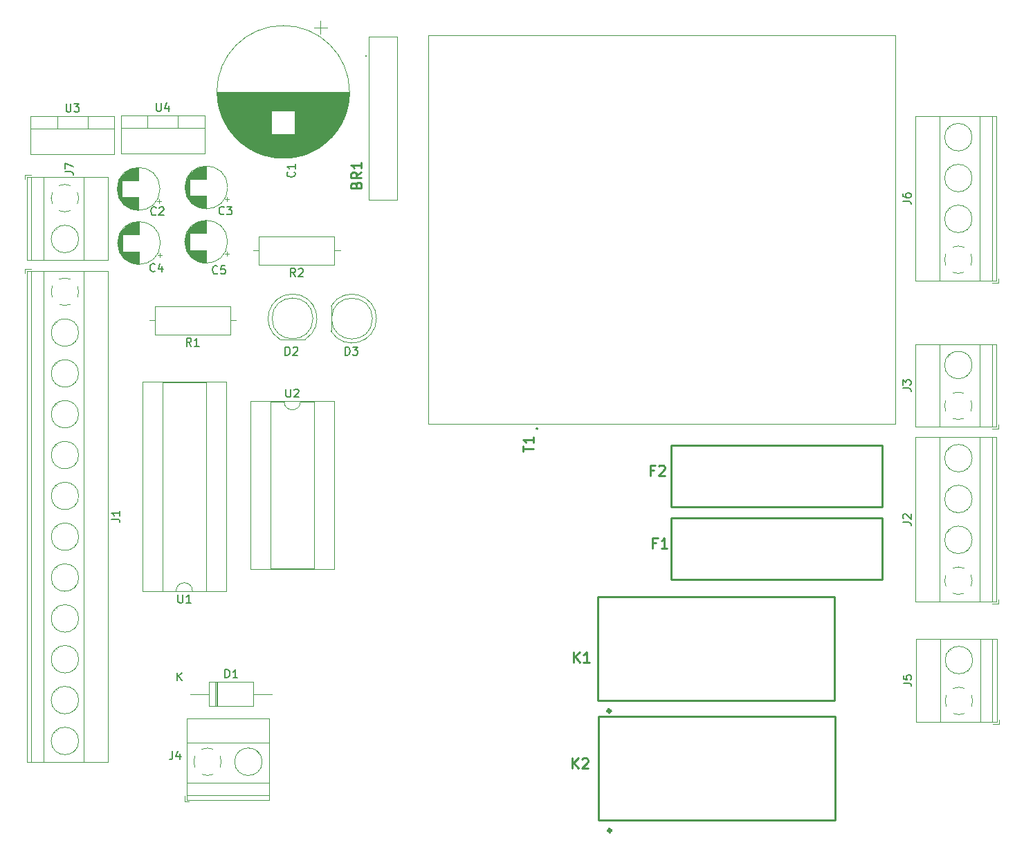
<source format=gbr>
G04 #@! TF.GenerationSoftware,KiCad,Pcbnew,(5.1.2)-2*
G04 #@! TF.CreationDate,2020-01-08T22:38:54+05:30*
G04 #@! TF.ProjectId,controller,636f6e74-726f-46c6-9c65-722e6b696361,rev?*
G04 #@! TF.SameCoordinates,Original*
G04 #@! TF.FileFunction,Legend,Top*
G04 #@! TF.FilePolarity,Positive*
%FSLAX46Y46*%
G04 Gerber Fmt 4.6, Leading zero omitted, Abs format (unit mm)*
G04 Created by KiCad (PCBNEW (5.1.2)-2) date 2020-01-08 22:38:54*
%MOMM*%
%LPD*%
G04 APERTURE LIST*
%ADD10C,0.100000*%
%ADD11C,0.120000*%
%ADD12C,0.254000*%
%ADD13C,0.400000*%
%ADD14C,0.200000*%
%ADD15C,0.150000*%
G04 APERTURE END LIST*
D10*
X58950000Y-15000000D02*
X58950000Y-35000000D01*
X58950000Y-35000000D02*
X55450000Y-35000000D01*
X55450000Y-35000000D02*
X55450000Y-15000000D01*
X55450000Y-15000000D02*
X58950000Y-15000000D01*
X55100000Y-17300000D02*
X55100000Y-17300000D01*
X55100000Y-17400000D02*
X55100000Y-17400000D01*
X55100000Y-17400000D02*
G75*
G03X55100000Y-17300000I0J50000D01*
G01*
X55100000Y-17300000D02*
G75*
G03X55100000Y-17400000I0J-50000D01*
G01*
D11*
X53120000Y-21750000D02*
G75*
G03X53120000Y-21750000I-8120000J0D01*
G01*
X53081000Y-21750000D02*
X36919000Y-21750000D01*
X53080000Y-21790000D02*
X36920000Y-21790000D01*
X53080000Y-21830000D02*
X36920000Y-21830000D01*
X53080000Y-21870000D02*
X36920000Y-21870000D01*
X53079000Y-21910000D02*
X36921000Y-21910000D01*
X53078000Y-21950000D02*
X36922000Y-21950000D01*
X53077000Y-21990000D02*
X36923000Y-21990000D01*
X53076000Y-22030000D02*
X36924000Y-22030000D01*
X53074000Y-22070000D02*
X36926000Y-22070000D01*
X53073000Y-22110000D02*
X36927000Y-22110000D01*
X53071000Y-22150000D02*
X36929000Y-22150000D01*
X53069000Y-22190000D02*
X36931000Y-22190000D01*
X53066000Y-22230000D02*
X36934000Y-22230000D01*
X53064000Y-22270000D02*
X36936000Y-22270000D01*
X53061000Y-22310000D02*
X36939000Y-22310000D01*
X53058000Y-22350000D02*
X36942000Y-22350000D01*
X53055000Y-22390000D02*
X36945000Y-22390000D01*
X53052000Y-22430000D02*
X36948000Y-22430000D01*
X53049000Y-22471000D02*
X36951000Y-22471000D01*
X53045000Y-22511000D02*
X36955000Y-22511000D01*
X53041000Y-22551000D02*
X36959000Y-22551000D01*
X53037000Y-22591000D02*
X36963000Y-22591000D01*
X53033000Y-22631000D02*
X36967000Y-22631000D01*
X53028000Y-22671000D02*
X36972000Y-22671000D01*
X53024000Y-22711000D02*
X36976000Y-22711000D01*
X53019000Y-22751000D02*
X36981000Y-22751000D01*
X53014000Y-22791000D02*
X36986000Y-22791000D01*
X53008000Y-22831000D02*
X36992000Y-22831000D01*
X53003000Y-22871000D02*
X36997000Y-22871000D01*
X52997000Y-22911000D02*
X37003000Y-22911000D01*
X52991000Y-22951000D02*
X37009000Y-22951000D01*
X52985000Y-22991000D02*
X37015000Y-22991000D01*
X52979000Y-23031000D02*
X37021000Y-23031000D01*
X52972000Y-23071000D02*
X37028000Y-23071000D01*
X52966000Y-23111000D02*
X37034000Y-23111000D01*
X52959000Y-23151000D02*
X37041000Y-23151000D01*
X52952000Y-23191000D02*
X37048000Y-23191000D01*
X52944000Y-23231000D02*
X37056000Y-23231000D01*
X52937000Y-23271000D02*
X37063000Y-23271000D01*
X52929000Y-23311000D02*
X37071000Y-23311000D01*
X52921000Y-23351000D02*
X37079000Y-23351000D01*
X52913000Y-23391000D02*
X37087000Y-23391000D01*
X52905000Y-23431000D02*
X37095000Y-23431000D01*
X52896000Y-23471000D02*
X37104000Y-23471000D01*
X52887000Y-23511000D02*
X37113000Y-23511000D01*
X52878000Y-23551000D02*
X37122000Y-23551000D01*
X52869000Y-23591000D02*
X37131000Y-23591000D01*
X52860000Y-23631000D02*
X37140000Y-23631000D01*
X52850000Y-23671000D02*
X37150000Y-23671000D01*
X52840000Y-23711000D02*
X37160000Y-23711000D01*
X52830000Y-23751000D02*
X37170000Y-23751000D01*
X52820000Y-23791000D02*
X37180000Y-23791000D01*
X52810000Y-23831000D02*
X37190000Y-23831000D01*
X52799000Y-23871000D02*
X37201000Y-23871000D01*
X52788000Y-23911000D02*
X37212000Y-23911000D01*
X52777000Y-23951000D02*
X37223000Y-23951000D01*
X52765000Y-23991000D02*
X37235000Y-23991000D01*
X52754000Y-24031000D02*
X37246000Y-24031000D01*
X52742000Y-24071000D02*
X46440000Y-24071000D01*
X43560000Y-24071000D02*
X37258000Y-24071000D01*
X52730000Y-24111000D02*
X46440000Y-24111000D01*
X43560000Y-24111000D02*
X37270000Y-24111000D01*
X52718000Y-24151000D02*
X46440000Y-24151000D01*
X43560000Y-24151000D02*
X37282000Y-24151000D01*
X52705000Y-24191000D02*
X46440000Y-24191000D01*
X43560000Y-24191000D02*
X37295000Y-24191000D01*
X52693000Y-24231000D02*
X46440000Y-24231000D01*
X43560000Y-24231000D02*
X37307000Y-24231000D01*
X52680000Y-24271000D02*
X46440000Y-24271000D01*
X43560000Y-24271000D02*
X37320000Y-24271000D01*
X52666000Y-24311000D02*
X46440000Y-24311000D01*
X43560000Y-24311000D02*
X37334000Y-24311000D01*
X52653000Y-24351000D02*
X46440000Y-24351000D01*
X43560000Y-24351000D02*
X37347000Y-24351000D01*
X52639000Y-24391000D02*
X46440000Y-24391000D01*
X43560000Y-24391000D02*
X37361000Y-24391000D01*
X52625000Y-24431000D02*
X46440000Y-24431000D01*
X43560000Y-24431000D02*
X37375000Y-24431000D01*
X52611000Y-24471000D02*
X46440000Y-24471000D01*
X43560000Y-24471000D02*
X37389000Y-24471000D01*
X52597000Y-24511000D02*
X46440000Y-24511000D01*
X43560000Y-24511000D02*
X37403000Y-24511000D01*
X52582000Y-24551000D02*
X46440000Y-24551000D01*
X43560000Y-24551000D02*
X37418000Y-24551000D01*
X52568000Y-24591000D02*
X46440000Y-24591000D01*
X43560000Y-24591000D02*
X37432000Y-24591000D01*
X52553000Y-24631000D02*
X46440000Y-24631000D01*
X43560000Y-24631000D02*
X37447000Y-24631000D01*
X52537000Y-24671000D02*
X46440000Y-24671000D01*
X43560000Y-24671000D02*
X37463000Y-24671000D01*
X52522000Y-24711000D02*
X46440000Y-24711000D01*
X43560000Y-24711000D02*
X37478000Y-24711000D01*
X52506000Y-24751000D02*
X46440000Y-24751000D01*
X43560000Y-24751000D02*
X37494000Y-24751000D01*
X52490000Y-24791000D02*
X46440000Y-24791000D01*
X43560000Y-24791000D02*
X37510000Y-24791000D01*
X52474000Y-24831000D02*
X46440000Y-24831000D01*
X43560000Y-24831000D02*
X37526000Y-24831000D01*
X52457000Y-24871000D02*
X46440000Y-24871000D01*
X43560000Y-24871000D02*
X37543000Y-24871000D01*
X52440000Y-24911000D02*
X46440000Y-24911000D01*
X43560000Y-24911000D02*
X37560000Y-24911000D01*
X52423000Y-24951000D02*
X46440000Y-24951000D01*
X43560000Y-24951000D02*
X37577000Y-24951000D01*
X52406000Y-24991000D02*
X46440000Y-24991000D01*
X43560000Y-24991000D02*
X37594000Y-24991000D01*
X52389000Y-25031000D02*
X46440000Y-25031000D01*
X43560000Y-25031000D02*
X37611000Y-25031000D01*
X52371000Y-25071000D02*
X46440000Y-25071000D01*
X43560000Y-25071000D02*
X37629000Y-25071000D01*
X52353000Y-25111000D02*
X46440000Y-25111000D01*
X43560000Y-25111000D02*
X37647000Y-25111000D01*
X52334000Y-25151000D02*
X46440000Y-25151000D01*
X43560000Y-25151000D02*
X37666000Y-25151000D01*
X52316000Y-25191000D02*
X46440000Y-25191000D01*
X43560000Y-25191000D02*
X37684000Y-25191000D01*
X52297000Y-25231000D02*
X46440000Y-25231000D01*
X43560000Y-25231000D02*
X37703000Y-25231000D01*
X52278000Y-25271000D02*
X46440000Y-25271000D01*
X43560000Y-25271000D02*
X37722000Y-25271000D01*
X52258000Y-25311000D02*
X46440000Y-25311000D01*
X43560000Y-25311000D02*
X37742000Y-25311000D01*
X52239000Y-25351000D02*
X46440000Y-25351000D01*
X43560000Y-25351000D02*
X37761000Y-25351000D01*
X52219000Y-25391000D02*
X46440000Y-25391000D01*
X43560000Y-25391000D02*
X37781000Y-25391000D01*
X52199000Y-25431000D02*
X46440000Y-25431000D01*
X43560000Y-25431000D02*
X37801000Y-25431000D01*
X52178000Y-25471000D02*
X46440000Y-25471000D01*
X43560000Y-25471000D02*
X37822000Y-25471000D01*
X52157000Y-25511000D02*
X46440000Y-25511000D01*
X43560000Y-25511000D02*
X37843000Y-25511000D01*
X52136000Y-25551000D02*
X46440000Y-25551000D01*
X43560000Y-25551000D02*
X37864000Y-25551000D01*
X52115000Y-25591000D02*
X46440000Y-25591000D01*
X43560000Y-25591000D02*
X37885000Y-25591000D01*
X52094000Y-25631000D02*
X46440000Y-25631000D01*
X43560000Y-25631000D02*
X37906000Y-25631000D01*
X52072000Y-25671000D02*
X46440000Y-25671000D01*
X43560000Y-25671000D02*
X37928000Y-25671000D01*
X52049000Y-25711000D02*
X46440000Y-25711000D01*
X43560000Y-25711000D02*
X37951000Y-25711000D01*
X52027000Y-25751000D02*
X46440000Y-25751000D01*
X43560000Y-25751000D02*
X37973000Y-25751000D01*
X52004000Y-25791000D02*
X46440000Y-25791000D01*
X43560000Y-25791000D02*
X37996000Y-25791000D01*
X51981000Y-25831000D02*
X46440000Y-25831000D01*
X43560000Y-25831000D02*
X38019000Y-25831000D01*
X51958000Y-25871000D02*
X46440000Y-25871000D01*
X43560000Y-25871000D02*
X38042000Y-25871000D01*
X51934000Y-25911000D02*
X46440000Y-25911000D01*
X43560000Y-25911000D02*
X38066000Y-25911000D01*
X51910000Y-25951000D02*
X46440000Y-25951000D01*
X43560000Y-25951000D02*
X38090000Y-25951000D01*
X51886000Y-25991000D02*
X46440000Y-25991000D01*
X43560000Y-25991000D02*
X38114000Y-25991000D01*
X51861000Y-26031000D02*
X46440000Y-26031000D01*
X43560000Y-26031000D02*
X38139000Y-26031000D01*
X51836000Y-26071000D02*
X46440000Y-26071000D01*
X43560000Y-26071000D02*
X38164000Y-26071000D01*
X51811000Y-26111000D02*
X46440000Y-26111000D01*
X43560000Y-26111000D02*
X38189000Y-26111000D01*
X51785000Y-26151000D02*
X46440000Y-26151000D01*
X43560000Y-26151000D02*
X38215000Y-26151000D01*
X51759000Y-26191000D02*
X46440000Y-26191000D01*
X43560000Y-26191000D02*
X38241000Y-26191000D01*
X51733000Y-26231000D02*
X46440000Y-26231000D01*
X43560000Y-26231000D02*
X38267000Y-26231000D01*
X51706000Y-26271000D02*
X46440000Y-26271000D01*
X43560000Y-26271000D02*
X38294000Y-26271000D01*
X51679000Y-26311000D02*
X46440000Y-26311000D01*
X43560000Y-26311000D02*
X38321000Y-26311000D01*
X51652000Y-26351000D02*
X46440000Y-26351000D01*
X43560000Y-26351000D02*
X38348000Y-26351000D01*
X51624000Y-26391000D02*
X46440000Y-26391000D01*
X43560000Y-26391000D02*
X38376000Y-26391000D01*
X51596000Y-26431000D02*
X46440000Y-26431000D01*
X43560000Y-26431000D02*
X38404000Y-26431000D01*
X51568000Y-26471000D02*
X46440000Y-26471000D01*
X43560000Y-26471000D02*
X38432000Y-26471000D01*
X51539000Y-26511000D02*
X46440000Y-26511000D01*
X43560000Y-26511000D02*
X38461000Y-26511000D01*
X51510000Y-26551000D02*
X46440000Y-26551000D01*
X43560000Y-26551000D02*
X38490000Y-26551000D01*
X51480000Y-26591000D02*
X46440000Y-26591000D01*
X43560000Y-26591000D02*
X38520000Y-26591000D01*
X51450000Y-26631000D02*
X46440000Y-26631000D01*
X43560000Y-26631000D02*
X38550000Y-26631000D01*
X51420000Y-26671000D02*
X46440000Y-26671000D01*
X43560000Y-26671000D02*
X38580000Y-26671000D01*
X51390000Y-26711000D02*
X46440000Y-26711000D01*
X43560000Y-26711000D02*
X38610000Y-26711000D01*
X51358000Y-26751000D02*
X46440000Y-26751000D01*
X43560000Y-26751000D02*
X38642000Y-26751000D01*
X51327000Y-26791000D02*
X46440000Y-26791000D01*
X43560000Y-26791000D02*
X38673000Y-26791000D01*
X51295000Y-26831000D02*
X46440000Y-26831000D01*
X43560000Y-26831000D02*
X38705000Y-26831000D01*
X51263000Y-26871000D02*
X46440000Y-26871000D01*
X43560000Y-26871000D02*
X38737000Y-26871000D01*
X51230000Y-26911000D02*
X46440000Y-26911000D01*
X43560000Y-26911000D02*
X38770000Y-26911000D01*
X51197000Y-26951000D02*
X38803000Y-26951000D01*
X51163000Y-26991000D02*
X38837000Y-26991000D01*
X51129000Y-27031000D02*
X38871000Y-27031000D01*
X51095000Y-27071000D02*
X38905000Y-27071000D01*
X51060000Y-27111000D02*
X38940000Y-27111000D01*
X51025000Y-27151000D02*
X38975000Y-27151000D01*
X50989000Y-27191000D02*
X39011000Y-27191000D01*
X50952000Y-27231000D02*
X39048000Y-27231000D01*
X50916000Y-27271000D02*
X39084000Y-27271000D01*
X50878000Y-27311000D02*
X39122000Y-27311000D01*
X50840000Y-27351000D02*
X39160000Y-27351000D01*
X50802000Y-27391000D02*
X39198000Y-27391000D01*
X50763000Y-27431000D02*
X39237000Y-27431000D01*
X50724000Y-27471000D02*
X39276000Y-27471000D01*
X50684000Y-27511000D02*
X39316000Y-27511000D01*
X50643000Y-27551000D02*
X39357000Y-27551000D01*
X50602000Y-27591000D02*
X39398000Y-27591000D01*
X50560000Y-27631000D02*
X39440000Y-27631000D01*
X50518000Y-27671000D02*
X39482000Y-27671000D01*
X50475000Y-27711000D02*
X39525000Y-27711000D01*
X50432000Y-27751000D02*
X39568000Y-27751000D01*
X50388000Y-27791000D02*
X39612000Y-27791000D01*
X50343000Y-27831000D02*
X39657000Y-27831000D01*
X50297000Y-27871000D02*
X39703000Y-27871000D01*
X50251000Y-27911000D02*
X39749000Y-27911000D01*
X50204000Y-27951000D02*
X39796000Y-27951000D01*
X50156000Y-27991000D02*
X39844000Y-27991000D01*
X50108000Y-28031000D02*
X39892000Y-28031000D01*
X50059000Y-28071000D02*
X39941000Y-28071000D01*
X50009000Y-28111000D02*
X39991000Y-28111000D01*
X49958000Y-28151000D02*
X40042000Y-28151000D01*
X49906000Y-28191000D02*
X40094000Y-28191000D01*
X49854000Y-28231000D02*
X40146000Y-28231000D01*
X49800000Y-28271000D02*
X40200000Y-28271000D01*
X49746000Y-28311000D02*
X40254000Y-28311000D01*
X49691000Y-28351000D02*
X40309000Y-28351000D01*
X49634000Y-28391000D02*
X40366000Y-28391000D01*
X49577000Y-28431000D02*
X40423000Y-28431000D01*
X49519000Y-28471000D02*
X40481000Y-28471000D01*
X49459000Y-28511000D02*
X40541000Y-28511000D01*
X49398000Y-28551000D02*
X40602000Y-28551000D01*
X49336000Y-28591000D02*
X40664000Y-28591000D01*
X49273000Y-28631000D02*
X40727000Y-28631000D01*
X49209000Y-28671000D02*
X40791000Y-28671000D01*
X49143000Y-28711000D02*
X40857000Y-28711000D01*
X49076000Y-28751000D02*
X40924000Y-28751000D01*
X49007000Y-28791000D02*
X40993000Y-28791000D01*
X48936000Y-28831000D02*
X41064000Y-28831000D01*
X48864000Y-28871000D02*
X41136000Y-28871000D01*
X48790000Y-28911000D02*
X41210000Y-28911000D01*
X48715000Y-28951000D02*
X41285000Y-28951000D01*
X48637000Y-28991000D02*
X41363000Y-28991000D01*
X48557000Y-29031000D02*
X41443000Y-29031000D01*
X48475000Y-29071000D02*
X41525000Y-29071000D01*
X48390000Y-29111000D02*
X41610000Y-29111000D01*
X48303000Y-29151000D02*
X41697000Y-29151000D01*
X48213000Y-29191000D02*
X41787000Y-29191000D01*
X48120000Y-29231000D02*
X41880000Y-29231000D01*
X48024000Y-29271000D02*
X41976000Y-29271000D01*
X47924000Y-29311000D02*
X42076000Y-29311000D01*
X47820000Y-29351000D02*
X42180000Y-29351000D01*
X47711000Y-29391000D02*
X42289000Y-29391000D01*
X47597000Y-29431000D02*
X42403000Y-29431000D01*
X47478000Y-29471000D02*
X42522000Y-29471000D01*
X47351000Y-29511000D02*
X42649000Y-29511000D01*
X47218000Y-29551000D02*
X42782000Y-29551000D01*
X47074000Y-29591000D02*
X42926000Y-29591000D01*
X46920000Y-29631000D02*
X43080000Y-29631000D01*
X46752000Y-29671000D02*
X43248000Y-29671000D01*
X46564000Y-29711000D02*
X43436000Y-29711000D01*
X46351000Y-29751000D02*
X43649000Y-29751000D01*
X46098000Y-29791000D02*
X43902000Y-29791000D01*
X45765000Y-29831000D02*
X44235000Y-29831000D01*
X49555000Y-13060509D02*
X49555000Y-14660509D01*
X50355000Y-13860509D02*
X48755000Y-13860509D01*
X29854775Y-35355000D02*
X29854775Y-34855000D01*
X30104775Y-35105000D02*
X29604775Y-35105000D01*
X24699000Y-33914000D02*
X24699000Y-33346000D01*
X24739000Y-34148000D02*
X24739000Y-33112000D01*
X24779000Y-34307000D02*
X24779000Y-32953000D01*
X24819000Y-34435000D02*
X24819000Y-32825000D01*
X24859000Y-34545000D02*
X24859000Y-32715000D01*
X24899000Y-34641000D02*
X24899000Y-32619000D01*
X24939000Y-34728000D02*
X24939000Y-32532000D01*
X24979000Y-34808000D02*
X24979000Y-32452000D01*
X25019000Y-34881000D02*
X25019000Y-32379000D01*
X25059000Y-34949000D02*
X25059000Y-32311000D01*
X25099000Y-35013000D02*
X25099000Y-32247000D01*
X25139000Y-35073000D02*
X25139000Y-32187000D01*
X25179000Y-35130000D02*
X25179000Y-32130000D01*
X25219000Y-35184000D02*
X25219000Y-32076000D01*
X25259000Y-35235000D02*
X25259000Y-32025000D01*
X25299000Y-32590000D02*
X25299000Y-31977000D01*
X25299000Y-35283000D02*
X25299000Y-34670000D01*
X25339000Y-32590000D02*
X25339000Y-31931000D01*
X25339000Y-35329000D02*
X25339000Y-34670000D01*
X25379000Y-32590000D02*
X25379000Y-31887000D01*
X25379000Y-35373000D02*
X25379000Y-34670000D01*
X25419000Y-32590000D02*
X25419000Y-31845000D01*
X25419000Y-35415000D02*
X25419000Y-34670000D01*
X25459000Y-32590000D02*
X25459000Y-31804000D01*
X25459000Y-35456000D02*
X25459000Y-34670000D01*
X25499000Y-32590000D02*
X25499000Y-31766000D01*
X25499000Y-35494000D02*
X25499000Y-34670000D01*
X25539000Y-32590000D02*
X25539000Y-31729000D01*
X25539000Y-35531000D02*
X25539000Y-34670000D01*
X25579000Y-32590000D02*
X25579000Y-31693000D01*
X25579000Y-35567000D02*
X25579000Y-34670000D01*
X25619000Y-32590000D02*
X25619000Y-31659000D01*
X25619000Y-35601000D02*
X25619000Y-34670000D01*
X25659000Y-32590000D02*
X25659000Y-31626000D01*
X25659000Y-35634000D02*
X25659000Y-34670000D01*
X25699000Y-32590000D02*
X25699000Y-31595000D01*
X25699000Y-35665000D02*
X25699000Y-34670000D01*
X25739000Y-32590000D02*
X25739000Y-31565000D01*
X25739000Y-35695000D02*
X25739000Y-34670000D01*
X25779000Y-32590000D02*
X25779000Y-31535000D01*
X25779000Y-35725000D02*
X25779000Y-34670000D01*
X25819000Y-32590000D02*
X25819000Y-31508000D01*
X25819000Y-35752000D02*
X25819000Y-34670000D01*
X25859000Y-32590000D02*
X25859000Y-31481000D01*
X25859000Y-35779000D02*
X25859000Y-34670000D01*
X25899000Y-32590000D02*
X25899000Y-31455000D01*
X25899000Y-35805000D02*
X25899000Y-34670000D01*
X25939000Y-32590000D02*
X25939000Y-31430000D01*
X25939000Y-35830000D02*
X25939000Y-34670000D01*
X25979000Y-32590000D02*
X25979000Y-31406000D01*
X25979000Y-35854000D02*
X25979000Y-34670000D01*
X26019000Y-32590000D02*
X26019000Y-31383000D01*
X26019000Y-35877000D02*
X26019000Y-34670000D01*
X26059000Y-32590000D02*
X26059000Y-31362000D01*
X26059000Y-35898000D02*
X26059000Y-34670000D01*
X26099000Y-32590000D02*
X26099000Y-31340000D01*
X26099000Y-35920000D02*
X26099000Y-34670000D01*
X26139000Y-32590000D02*
X26139000Y-31320000D01*
X26139000Y-35940000D02*
X26139000Y-34670000D01*
X26179000Y-32590000D02*
X26179000Y-31301000D01*
X26179000Y-35959000D02*
X26179000Y-34670000D01*
X26219000Y-32590000D02*
X26219000Y-31282000D01*
X26219000Y-35978000D02*
X26219000Y-34670000D01*
X26259000Y-32590000D02*
X26259000Y-31265000D01*
X26259000Y-35995000D02*
X26259000Y-34670000D01*
X26299000Y-32590000D02*
X26299000Y-31248000D01*
X26299000Y-36012000D02*
X26299000Y-34670000D01*
X26339000Y-32590000D02*
X26339000Y-31232000D01*
X26339000Y-36028000D02*
X26339000Y-34670000D01*
X26379000Y-32590000D02*
X26379000Y-31216000D01*
X26379000Y-36044000D02*
X26379000Y-34670000D01*
X26419000Y-32590000D02*
X26419000Y-31202000D01*
X26419000Y-36058000D02*
X26419000Y-34670000D01*
X26459000Y-32590000D02*
X26459000Y-31188000D01*
X26459000Y-36072000D02*
X26459000Y-34670000D01*
X26499000Y-32590000D02*
X26499000Y-31175000D01*
X26499000Y-36085000D02*
X26499000Y-34670000D01*
X26539000Y-32590000D02*
X26539000Y-31162000D01*
X26539000Y-36098000D02*
X26539000Y-34670000D01*
X26579000Y-32590000D02*
X26579000Y-31150000D01*
X26579000Y-36110000D02*
X26579000Y-34670000D01*
X26620000Y-32590000D02*
X26620000Y-31139000D01*
X26620000Y-36121000D02*
X26620000Y-34670000D01*
X26660000Y-32590000D02*
X26660000Y-31129000D01*
X26660000Y-36131000D02*
X26660000Y-34670000D01*
X26700000Y-32590000D02*
X26700000Y-31119000D01*
X26700000Y-36141000D02*
X26700000Y-34670000D01*
X26740000Y-32590000D02*
X26740000Y-31110000D01*
X26740000Y-36150000D02*
X26740000Y-34670000D01*
X26780000Y-32590000D02*
X26780000Y-31102000D01*
X26780000Y-36158000D02*
X26780000Y-34670000D01*
X26820000Y-32590000D02*
X26820000Y-31094000D01*
X26820000Y-36166000D02*
X26820000Y-34670000D01*
X26860000Y-32590000D02*
X26860000Y-31087000D01*
X26860000Y-36173000D02*
X26860000Y-34670000D01*
X26900000Y-32590000D02*
X26900000Y-31080000D01*
X26900000Y-36180000D02*
X26900000Y-34670000D01*
X26940000Y-32590000D02*
X26940000Y-31074000D01*
X26940000Y-36186000D02*
X26940000Y-34670000D01*
X26980000Y-32590000D02*
X26980000Y-31069000D01*
X26980000Y-36191000D02*
X26980000Y-34670000D01*
X27020000Y-32590000D02*
X27020000Y-31065000D01*
X27020000Y-36195000D02*
X27020000Y-34670000D01*
X27060000Y-32590000D02*
X27060000Y-31061000D01*
X27060000Y-36199000D02*
X27060000Y-34670000D01*
X27100000Y-32590000D02*
X27100000Y-31057000D01*
X27100000Y-36203000D02*
X27100000Y-34670000D01*
X27140000Y-32590000D02*
X27140000Y-31054000D01*
X27140000Y-36206000D02*
X27140000Y-34670000D01*
X27180000Y-32590000D02*
X27180000Y-31052000D01*
X27180000Y-36208000D02*
X27180000Y-34670000D01*
X27220000Y-32590000D02*
X27220000Y-31051000D01*
X27220000Y-36209000D02*
X27220000Y-34670000D01*
X27260000Y-36210000D02*
X27260000Y-34670000D01*
X27260000Y-32590000D02*
X27260000Y-31050000D01*
X27300000Y-36210000D02*
X27300000Y-34670000D01*
X27300000Y-32590000D02*
X27300000Y-31050000D01*
X29920000Y-33630000D02*
G75*
G03X29920000Y-33630000I-2620000J0D01*
G01*
X38144775Y-35175000D02*
X38144775Y-34675000D01*
X38394775Y-34925000D02*
X37894775Y-34925000D01*
X32989000Y-33734000D02*
X32989000Y-33166000D01*
X33029000Y-33968000D02*
X33029000Y-32932000D01*
X33069000Y-34127000D02*
X33069000Y-32773000D01*
X33109000Y-34255000D02*
X33109000Y-32645000D01*
X33149000Y-34365000D02*
X33149000Y-32535000D01*
X33189000Y-34461000D02*
X33189000Y-32439000D01*
X33229000Y-34548000D02*
X33229000Y-32352000D01*
X33269000Y-34628000D02*
X33269000Y-32272000D01*
X33309000Y-34701000D02*
X33309000Y-32199000D01*
X33349000Y-34769000D02*
X33349000Y-32131000D01*
X33389000Y-34833000D02*
X33389000Y-32067000D01*
X33429000Y-34893000D02*
X33429000Y-32007000D01*
X33469000Y-34950000D02*
X33469000Y-31950000D01*
X33509000Y-35004000D02*
X33509000Y-31896000D01*
X33549000Y-35055000D02*
X33549000Y-31845000D01*
X33589000Y-32410000D02*
X33589000Y-31797000D01*
X33589000Y-35103000D02*
X33589000Y-34490000D01*
X33629000Y-32410000D02*
X33629000Y-31751000D01*
X33629000Y-35149000D02*
X33629000Y-34490000D01*
X33669000Y-32410000D02*
X33669000Y-31707000D01*
X33669000Y-35193000D02*
X33669000Y-34490000D01*
X33709000Y-32410000D02*
X33709000Y-31665000D01*
X33709000Y-35235000D02*
X33709000Y-34490000D01*
X33749000Y-32410000D02*
X33749000Y-31624000D01*
X33749000Y-35276000D02*
X33749000Y-34490000D01*
X33789000Y-32410000D02*
X33789000Y-31586000D01*
X33789000Y-35314000D02*
X33789000Y-34490000D01*
X33829000Y-32410000D02*
X33829000Y-31549000D01*
X33829000Y-35351000D02*
X33829000Y-34490000D01*
X33869000Y-32410000D02*
X33869000Y-31513000D01*
X33869000Y-35387000D02*
X33869000Y-34490000D01*
X33909000Y-32410000D02*
X33909000Y-31479000D01*
X33909000Y-35421000D02*
X33909000Y-34490000D01*
X33949000Y-32410000D02*
X33949000Y-31446000D01*
X33949000Y-35454000D02*
X33949000Y-34490000D01*
X33989000Y-32410000D02*
X33989000Y-31415000D01*
X33989000Y-35485000D02*
X33989000Y-34490000D01*
X34029000Y-32410000D02*
X34029000Y-31385000D01*
X34029000Y-35515000D02*
X34029000Y-34490000D01*
X34069000Y-32410000D02*
X34069000Y-31355000D01*
X34069000Y-35545000D02*
X34069000Y-34490000D01*
X34109000Y-32410000D02*
X34109000Y-31328000D01*
X34109000Y-35572000D02*
X34109000Y-34490000D01*
X34149000Y-32410000D02*
X34149000Y-31301000D01*
X34149000Y-35599000D02*
X34149000Y-34490000D01*
X34189000Y-32410000D02*
X34189000Y-31275000D01*
X34189000Y-35625000D02*
X34189000Y-34490000D01*
X34229000Y-32410000D02*
X34229000Y-31250000D01*
X34229000Y-35650000D02*
X34229000Y-34490000D01*
X34269000Y-32410000D02*
X34269000Y-31226000D01*
X34269000Y-35674000D02*
X34269000Y-34490000D01*
X34309000Y-32410000D02*
X34309000Y-31203000D01*
X34309000Y-35697000D02*
X34309000Y-34490000D01*
X34349000Y-32410000D02*
X34349000Y-31182000D01*
X34349000Y-35718000D02*
X34349000Y-34490000D01*
X34389000Y-32410000D02*
X34389000Y-31160000D01*
X34389000Y-35740000D02*
X34389000Y-34490000D01*
X34429000Y-32410000D02*
X34429000Y-31140000D01*
X34429000Y-35760000D02*
X34429000Y-34490000D01*
X34469000Y-32410000D02*
X34469000Y-31121000D01*
X34469000Y-35779000D02*
X34469000Y-34490000D01*
X34509000Y-32410000D02*
X34509000Y-31102000D01*
X34509000Y-35798000D02*
X34509000Y-34490000D01*
X34549000Y-32410000D02*
X34549000Y-31085000D01*
X34549000Y-35815000D02*
X34549000Y-34490000D01*
X34589000Y-32410000D02*
X34589000Y-31068000D01*
X34589000Y-35832000D02*
X34589000Y-34490000D01*
X34629000Y-32410000D02*
X34629000Y-31052000D01*
X34629000Y-35848000D02*
X34629000Y-34490000D01*
X34669000Y-32410000D02*
X34669000Y-31036000D01*
X34669000Y-35864000D02*
X34669000Y-34490000D01*
X34709000Y-32410000D02*
X34709000Y-31022000D01*
X34709000Y-35878000D02*
X34709000Y-34490000D01*
X34749000Y-32410000D02*
X34749000Y-31008000D01*
X34749000Y-35892000D02*
X34749000Y-34490000D01*
X34789000Y-32410000D02*
X34789000Y-30995000D01*
X34789000Y-35905000D02*
X34789000Y-34490000D01*
X34829000Y-32410000D02*
X34829000Y-30982000D01*
X34829000Y-35918000D02*
X34829000Y-34490000D01*
X34869000Y-32410000D02*
X34869000Y-30970000D01*
X34869000Y-35930000D02*
X34869000Y-34490000D01*
X34910000Y-32410000D02*
X34910000Y-30959000D01*
X34910000Y-35941000D02*
X34910000Y-34490000D01*
X34950000Y-32410000D02*
X34950000Y-30949000D01*
X34950000Y-35951000D02*
X34950000Y-34490000D01*
X34990000Y-32410000D02*
X34990000Y-30939000D01*
X34990000Y-35961000D02*
X34990000Y-34490000D01*
X35030000Y-32410000D02*
X35030000Y-30930000D01*
X35030000Y-35970000D02*
X35030000Y-34490000D01*
X35070000Y-32410000D02*
X35070000Y-30922000D01*
X35070000Y-35978000D02*
X35070000Y-34490000D01*
X35110000Y-32410000D02*
X35110000Y-30914000D01*
X35110000Y-35986000D02*
X35110000Y-34490000D01*
X35150000Y-32410000D02*
X35150000Y-30907000D01*
X35150000Y-35993000D02*
X35150000Y-34490000D01*
X35190000Y-32410000D02*
X35190000Y-30900000D01*
X35190000Y-36000000D02*
X35190000Y-34490000D01*
X35230000Y-32410000D02*
X35230000Y-30894000D01*
X35230000Y-36006000D02*
X35230000Y-34490000D01*
X35270000Y-32410000D02*
X35270000Y-30889000D01*
X35270000Y-36011000D02*
X35270000Y-34490000D01*
X35310000Y-32410000D02*
X35310000Y-30885000D01*
X35310000Y-36015000D02*
X35310000Y-34490000D01*
X35350000Y-32410000D02*
X35350000Y-30881000D01*
X35350000Y-36019000D02*
X35350000Y-34490000D01*
X35390000Y-32410000D02*
X35390000Y-30877000D01*
X35390000Y-36023000D02*
X35390000Y-34490000D01*
X35430000Y-32410000D02*
X35430000Y-30874000D01*
X35430000Y-36026000D02*
X35430000Y-34490000D01*
X35470000Y-32410000D02*
X35470000Y-30872000D01*
X35470000Y-36028000D02*
X35470000Y-34490000D01*
X35510000Y-32410000D02*
X35510000Y-30871000D01*
X35510000Y-36029000D02*
X35510000Y-34490000D01*
X35550000Y-36030000D02*
X35550000Y-34490000D01*
X35550000Y-32410000D02*
X35550000Y-30870000D01*
X35590000Y-36030000D02*
X35590000Y-34490000D01*
X35590000Y-32410000D02*
X35590000Y-30870000D01*
X38210000Y-33450000D02*
G75*
G03X38210000Y-33450000I-2620000J0D01*
G01*
X29970000Y-40250000D02*
G75*
G03X29970000Y-40250000I-2620000J0D01*
G01*
X27350000Y-39210000D02*
X27350000Y-37670000D01*
X27350000Y-42830000D02*
X27350000Y-41290000D01*
X27310000Y-39210000D02*
X27310000Y-37670000D01*
X27310000Y-42830000D02*
X27310000Y-41290000D01*
X27270000Y-42829000D02*
X27270000Y-41290000D01*
X27270000Y-39210000D02*
X27270000Y-37671000D01*
X27230000Y-42828000D02*
X27230000Y-41290000D01*
X27230000Y-39210000D02*
X27230000Y-37672000D01*
X27190000Y-42826000D02*
X27190000Y-41290000D01*
X27190000Y-39210000D02*
X27190000Y-37674000D01*
X27150000Y-42823000D02*
X27150000Y-41290000D01*
X27150000Y-39210000D02*
X27150000Y-37677000D01*
X27110000Y-42819000D02*
X27110000Y-41290000D01*
X27110000Y-39210000D02*
X27110000Y-37681000D01*
X27070000Y-42815000D02*
X27070000Y-41290000D01*
X27070000Y-39210000D02*
X27070000Y-37685000D01*
X27030000Y-42811000D02*
X27030000Y-41290000D01*
X27030000Y-39210000D02*
X27030000Y-37689000D01*
X26990000Y-42806000D02*
X26990000Y-41290000D01*
X26990000Y-39210000D02*
X26990000Y-37694000D01*
X26950000Y-42800000D02*
X26950000Y-41290000D01*
X26950000Y-39210000D02*
X26950000Y-37700000D01*
X26910000Y-42793000D02*
X26910000Y-41290000D01*
X26910000Y-39210000D02*
X26910000Y-37707000D01*
X26870000Y-42786000D02*
X26870000Y-41290000D01*
X26870000Y-39210000D02*
X26870000Y-37714000D01*
X26830000Y-42778000D02*
X26830000Y-41290000D01*
X26830000Y-39210000D02*
X26830000Y-37722000D01*
X26790000Y-42770000D02*
X26790000Y-41290000D01*
X26790000Y-39210000D02*
X26790000Y-37730000D01*
X26750000Y-42761000D02*
X26750000Y-41290000D01*
X26750000Y-39210000D02*
X26750000Y-37739000D01*
X26710000Y-42751000D02*
X26710000Y-41290000D01*
X26710000Y-39210000D02*
X26710000Y-37749000D01*
X26670000Y-42741000D02*
X26670000Y-41290000D01*
X26670000Y-39210000D02*
X26670000Y-37759000D01*
X26629000Y-42730000D02*
X26629000Y-41290000D01*
X26629000Y-39210000D02*
X26629000Y-37770000D01*
X26589000Y-42718000D02*
X26589000Y-41290000D01*
X26589000Y-39210000D02*
X26589000Y-37782000D01*
X26549000Y-42705000D02*
X26549000Y-41290000D01*
X26549000Y-39210000D02*
X26549000Y-37795000D01*
X26509000Y-42692000D02*
X26509000Y-41290000D01*
X26509000Y-39210000D02*
X26509000Y-37808000D01*
X26469000Y-42678000D02*
X26469000Y-41290000D01*
X26469000Y-39210000D02*
X26469000Y-37822000D01*
X26429000Y-42664000D02*
X26429000Y-41290000D01*
X26429000Y-39210000D02*
X26429000Y-37836000D01*
X26389000Y-42648000D02*
X26389000Y-41290000D01*
X26389000Y-39210000D02*
X26389000Y-37852000D01*
X26349000Y-42632000D02*
X26349000Y-41290000D01*
X26349000Y-39210000D02*
X26349000Y-37868000D01*
X26309000Y-42615000D02*
X26309000Y-41290000D01*
X26309000Y-39210000D02*
X26309000Y-37885000D01*
X26269000Y-42598000D02*
X26269000Y-41290000D01*
X26269000Y-39210000D02*
X26269000Y-37902000D01*
X26229000Y-42579000D02*
X26229000Y-41290000D01*
X26229000Y-39210000D02*
X26229000Y-37921000D01*
X26189000Y-42560000D02*
X26189000Y-41290000D01*
X26189000Y-39210000D02*
X26189000Y-37940000D01*
X26149000Y-42540000D02*
X26149000Y-41290000D01*
X26149000Y-39210000D02*
X26149000Y-37960000D01*
X26109000Y-42518000D02*
X26109000Y-41290000D01*
X26109000Y-39210000D02*
X26109000Y-37982000D01*
X26069000Y-42497000D02*
X26069000Y-41290000D01*
X26069000Y-39210000D02*
X26069000Y-38003000D01*
X26029000Y-42474000D02*
X26029000Y-41290000D01*
X26029000Y-39210000D02*
X26029000Y-38026000D01*
X25989000Y-42450000D02*
X25989000Y-41290000D01*
X25989000Y-39210000D02*
X25989000Y-38050000D01*
X25949000Y-42425000D02*
X25949000Y-41290000D01*
X25949000Y-39210000D02*
X25949000Y-38075000D01*
X25909000Y-42399000D02*
X25909000Y-41290000D01*
X25909000Y-39210000D02*
X25909000Y-38101000D01*
X25869000Y-42372000D02*
X25869000Y-41290000D01*
X25869000Y-39210000D02*
X25869000Y-38128000D01*
X25829000Y-42345000D02*
X25829000Y-41290000D01*
X25829000Y-39210000D02*
X25829000Y-38155000D01*
X25789000Y-42315000D02*
X25789000Y-41290000D01*
X25789000Y-39210000D02*
X25789000Y-38185000D01*
X25749000Y-42285000D02*
X25749000Y-41290000D01*
X25749000Y-39210000D02*
X25749000Y-38215000D01*
X25709000Y-42254000D02*
X25709000Y-41290000D01*
X25709000Y-39210000D02*
X25709000Y-38246000D01*
X25669000Y-42221000D02*
X25669000Y-41290000D01*
X25669000Y-39210000D02*
X25669000Y-38279000D01*
X25629000Y-42187000D02*
X25629000Y-41290000D01*
X25629000Y-39210000D02*
X25629000Y-38313000D01*
X25589000Y-42151000D02*
X25589000Y-41290000D01*
X25589000Y-39210000D02*
X25589000Y-38349000D01*
X25549000Y-42114000D02*
X25549000Y-41290000D01*
X25549000Y-39210000D02*
X25549000Y-38386000D01*
X25509000Y-42076000D02*
X25509000Y-41290000D01*
X25509000Y-39210000D02*
X25509000Y-38424000D01*
X25469000Y-42035000D02*
X25469000Y-41290000D01*
X25469000Y-39210000D02*
X25469000Y-38465000D01*
X25429000Y-41993000D02*
X25429000Y-41290000D01*
X25429000Y-39210000D02*
X25429000Y-38507000D01*
X25389000Y-41949000D02*
X25389000Y-41290000D01*
X25389000Y-39210000D02*
X25389000Y-38551000D01*
X25349000Y-41903000D02*
X25349000Y-41290000D01*
X25349000Y-39210000D02*
X25349000Y-38597000D01*
X25309000Y-41855000D02*
X25309000Y-38645000D01*
X25269000Y-41804000D02*
X25269000Y-38696000D01*
X25229000Y-41750000D02*
X25229000Y-38750000D01*
X25189000Y-41693000D02*
X25189000Y-38807000D01*
X25149000Y-41633000D02*
X25149000Y-38867000D01*
X25109000Y-41569000D02*
X25109000Y-38931000D01*
X25069000Y-41501000D02*
X25069000Y-38999000D01*
X25029000Y-41428000D02*
X25029000Y-39072000D01*
X24989000Y-41348000D02*
X24989000Y-39152000D01*
X24949000Y-41261000D02*
X24949000Y-39239000D01*
X24909000Y-41165000D02*
X24909000Y-39335000D01*
X24869000Y-41055000D02*
X24869000Y-39445000D01*
X24829000Y-40927000D02*
X24829000Y-39573000D01*
X24789000Y-40768000D02*
X24789000Y-39732000D01*
X24749000Y-40534000D02*
X24749000Y-39966000D01*
X30154775Y-41725000D02*
X29654775Y-41725000D01*
X29904775Y-41975000D02*
X29904775Y-41475000D01*
X38190000Y-40100000D02*
G75*
G03X38190000Y-40100000I-2620000J0D01*
G01*
X35570000Y-39060000D02*
X35570000Y-37520000D01*
X35570000Y-42680000D02*
X35570000Y-41140000D01*
X35530000Y-39060000D02*
X35530000Y-37520000D01*
X35530000Y-42680000D02*
X35530000Y-41140000D01*
X35490000Y-42679000D02*
X35490000Y-41140000D01*
X35490000Y-39060000D02*
X35490000Y-37521000D01*
X35450000Y-42678000D02*
X35450000Y-41140000D01*
X35450000Y-39060000D02*
X35450000Y-37522000D01*
X35410000Y-42676000D02*
X35410000Y-41140000D01*
X35410000Y-39060000D02*
X35410000Y-37524000D01*
X35370000Y-42673000D02*
X35370000Y-41140000D01*
X35370000Y-39060000D02*
X35370000Y-37527000D01*
X35330000Y-42669000D02*
X35330000Y-41140000D01*
X35330000Y-39060000D02*
X35330000Y-37531000D01*
X35290000Y-42665000D02*
X35290000Y-41140000D01*
X35290000Y-39060000D02*
X35290000Y-37535000D01*
X35250000Y-42661000D02*
X35250000Y-41140000D01*
X35250000Y-39060000D02*
X35250000Y-37539000D01*
X35210000Y-42656000D02*
X35210000Y-41140000D01*
X35210000Y-39060000D02*
X35210000Y-37544000D01*
X35170000Y-42650000D02*
X35170000Y-41140000D01*
X35170000Y-39060000D02*
X35170000Y-37550000D01*
X35130000Y-42643000D02*
X35130000Y-41140000D01*
X35130000Y-39060000D02*
X35130000Y-37557000D01*
X35090000Y-42636000D02*
X35090000Y-41140000D01*
X35090000Y-39060000D02*
X35090000Y-37564000D01*
X35050000Y-42628000D02*
X35050000Y-41140000D01*
X35050000Y-39060000D02*
X35050000Y-37572000D01*
X35010000Y-42620000D02*
X35010000Y-41140000D01*
X35010000Y-39060000D02*
X35010000Y-37580000D01*
X34970000Y-42611000D02*
X34970000Y-41140000D01*
X34970000Y-39060000D02*
X34970000Y-37589000D01*
X34930000Y-42601000D02*
X34930000Y-41140000D01*
X34930000Y-39060000D02*
X34930000Y-37599000D01*
X34890000Y-42591000D02*
X34890000Y-41140000D01*
X34890000Y-39060000D02*
X34890000Y-37609000D01*
X34849000Y-42580000D02*
X34849000Y-41140000D01*
X34849000Y-39060000D02*
X34849000Y-37620000D01*
X34809000Y-42568000D02*
X34809000Y-41140000D01*
X34809000Y-39060000D02*
X34809000Y-37632000D01*
X34769000Y-42555000D02*
X34769000Y-41140000D01*
X34769000Y-39060000D02*
X34769000Y-37645000D01*
X34729000Y-42542000D02*
X34729000Y-41140000D01*
X34729000Y-39060000D02*
X34729000Y-37658000D01*
X34689000Y-42528000D02*
X34689000Y-41140000D01*
X34689000Y-39060000D02*
X34689000Y-37672000D01*
X34649000Y-42514000D02*
X34649000Y-41140000D01*
X34649000Y-39060000D02*
X34649000Y-37686000D01*
X34609000Y-42498000D02*
X34609000Y-41140000D01*
X34609000Y-39060000D02*
X34609000Y-37702000D01*
X34569000Y-42482000D02*
X34569000Y-41140000D01*
X34569000Y-39060000D02*
X34569000Y-37718000D01*
X34529000Y-42465000D02*
X34529000Y-41140000D01*
X34529000Y-39060000D02*
X34529000Y-37735000D01*
X34489000Y-42448000D02*
X34489000Y-41140000D01*
X34489000Y-39060000D02*
X34489000Y-37752000D01*
X34449000Y-42429000D02*
X34449000Y-41140000D01*
X34449000Y-39060000D02*
X34449000Y-37771000D01*
X34409000Y-42410000D02*
X34409000Y-41140000D01*
X34409000Y-39060000D02*
X34409000Y-37790000D01*
X34369000Y-42390000D02*
X34369000Y-41140000D01*
X34369000Y-39060000D02*
X34369000Y-37810000D01*
X34329000Y-42368000D02*
X34329000Y-41140000D01*
X34329000Y-39060000D02*
X34329000Y-37832000D01*
X34289000Y-42347000D02*
X34289000Y-41140000D01*
X34289000Y-39060000D02*
X34289000Y-37853000D01*
X34249000Y-42324000D02*
X34249000Y-41140000D01*
X34249000Y-39060000D02*
X34249000Y-37876000D01*
X34209000Y-42300000D02*
X34209000Y-41140000D01*
X34209000Y-39060000D02*
X34209000Y-37900000D01*
X34169000Y-42275000D02*
X34169000Y-41140000D01*
X34169000Y-39060000D02*
X34169000Y-37925000D01*
X34129000Y-42249000D02*
X34129000Y-41140000D01*
X34129000Y-39060000D02*
X34129000Y-37951000D01*
X34089000Y-42222000D02*
X34089000Y-41140000D01*
X34089000Y-39060000D02*
X34089000Y-37978000D01*
X34049000Y-42195000D02*
X34049000Y-41140000D01*
X34049000Y-39060000D02*
X34049000Y-38005000D01*
X34009000Y-42165000D02*
X34009000Y-41140000D01*
X34009000Y-39060000D02*
X34009000Y-38035000D01*
X33969000Y-42135000D02*
X33969000Y-41140000D01*
X33969000Y-39060000D02*
X33969000Y-38065000D01*
X33929000Y-42104000D02*
X33929000Y-41140000D01*
X33929000Y-39060000D02*
X33929000Y-38096000D01*
X33889000Y-42071000D02*
X33889000Y-41140000D01*
X33889000Y-39060000D02*
X33889000Y-38129000D01*
X33849000Y-42037000D02*
X33849000Y-41140000D01*
X33849000Y-39060000D02*
X33849000Y-38163000D01*
X33809000Y-42001000D02*
X33809000Y-41140000D01*
X33809000Y-39060000D02*
X33809000Y-38199000D01*
X33769000Y-41964000D02*
X33769000Y-41140000D01*
X33769000Y-39060000D02*
X33769000Y-38236000D01*
X33729000Y-41926000D02*
X33729000Y-41140000D01*
X33729000Y-39060000D02*
X33729000Y-38274000D01*
X33689000Y-41885000D02*
X33689000Y-41140000D01*
X33689000Y-39060000D02*
X33689000Y-38315000D01*
X33649000Y-41843000D02*
X33649000Y-41140000D01*
X33649000Y-39060000D02*
X33649000Y-38357000D01*
X33609000Y-41799000D02*
X33609000Y-41140000D01*
X33609000Y-39060000D02*
X33609000Y-38401000D01*
X33569000Y-41753000D02*
X33569000Y-41140000D01*
X33569000Y-39060000D02*
X33569000Y-38447000D01*
X33529000Y-41705000D02*
X33529000Y-38495000D01*
X33489000Y-41654000D02*
X33489000Y-38546000D01*
X33449000Y-41600000D02*
X33449000Y-38600000D01*
X33409000Y-41543000D02*
X33409000Y-38657000D01*
X33369000Y-41483000D02*
X33369000Y-38717000D01*
X33329000Y-41419000D02*
X33329000Y-38781000D01*
X33289000Y-41351000D02*
X33289000Y-38849000D01*
X33249000Y-41278000D02*
X33249000Y-38922000D01*
X33209000Y-41198000D02*
X33209000Y-39002000D01*
X33169000Y-41111000D02*
X33169000Y-39089000D01*
X33129000Y-41015000D02*
X33129000Y-39185000D01*
X33089000Y-40905000D02*
X33089000Y-39295000D01*
X33049000Y-40777000D02*
X33049000Y-39423000D01*
X33009000Y-40618000D02*
X33009000Y-39582000D01*
X32969000Y-40384000D02*
X32969000Y-39816000D01*
X38374775Y-41575000D02*
X37874775Y-41575000D01*
X38124775Y-41825000D02*
X38124775Y-41325000D01*
X35920000Y-94020000D02*
X35920000Y-96960000D01*
X35920000Y-96960000D02*
X41360000Y-96960000D01*
X41360000Y-96960000D02*
X41360000Y-94020000D01*
X41360000Y-94020000D02*
X35920000Y-94020000D01*
X33630000Y-95490000D02*
X35920000Y-95490000D01*
X43650000Y-95490000D02*
X41360000Y-95490000D01*
X36820000Y-94020000D02*
X36820000Y-96960000D01*
X36940000Y-94020000D02*
X36940000Y-96960000D01*
X36700000Y-94020000D02*
X36700000Y-96960000D01*
X46140462Y-46500000D02*
G75*
G03X44595170Y-52050000I-462J-2990000D01*
G01*
X46139538Y-46500000D02*
G75*
G02X47684830Y-52050000I462J-2990000D01*
G01*
X48640000Y-49490000D02*
G75*
G03X48640000Y-49490000I-2500000J0D01*
G01*
X44595000Y-52050000D02*
X47685000Y-52050000D01*
X50860000Y-47965000D02*
X50860000Y-51055000D01*
X55920000Y-49510000D02*
G75*
G03X55920000Y-49510000I-2500000J0D01*
G01*
X56410000Y-49509538D02*
G75*
G02X50860000Y-51054830I-2990000J-462D01*
G01*
X56410000Y-49510462D02*
G75*
G03X50860000Y-47965170I-2990000J462D01*
G01*
D12*
X92490000Y-81450000D02*
X92490000Y-73950000D01*
X118290000Y-81450000D02*
X92490000Y-81450000D01*
X118290000Y-73950000D02*
X118290000Y-81450000D01*
X92490000Y-73950000D02*
X118290000Y-73950000D01*
X92470000Y-65040000D02*
X118270000Y-65040000D01*
X118270000Y-65040000D02*
X118270000Y-72540000D01*
X118270000Y-72540000D02*
X92470000Y-72540000D01*
X92470000Y-72540000D02*
X92470000Y-65040000D01*
D11*
X16755244Y-46903318D02*
G75*
G02X16610000Y-46220000I1534756J683318D01*
G01*
X18973042Y-47755426D02*
G75*
G02X17606000Y-47755000I-683042J1535426D01*
G01*
X19825426Y-45536958D02*
G75*
G02X19825000Y-46904000I-1535426J-683042D01*
G01*
X17606958Y-44684574D02*
G75*
G02X18974000Y-44685000I683042J-1535426D01*
G01*
X16609747Y-46248805D02*
G75*
G02X16755000Y-45536000I1680253J28805D01*
G01*
X19970000Y-51220000D02*
G75*
G03X19970000Y-51220000I-1680000J0D01*
G01*
X19970000Y-56220000D02*
G75*
G03X19970000Y-56220000I-1680000J0D01*
G01*
X19970000Y-61220000D02*
G75*
G03X19970000Y-61220000I-1680000J0D01*
G01*
X19970000Y-66220000D02*
G75*
G03X19970000Y-66220000I-1680000J0D01*
G01*
X19970000Y-71220000D02*
G75*
G03X19970000Y-71220000I-1680000J0D01*
G01*
X19970000Y-76220000D02*
G75*
G03X19970000Y-76220000I-1680000J0D01*
G01*
X19970000Y-81220000D02*
G75*
G03X19970000Y-81220000I-1680000J0D01*
G01*
X19970000Y-86220000D02*
G75*
G03X19970000Y-86220000I-1680000J0D01*
G01*
X19970000Y-91220000D02*
G75*
G03X19970000Y-91220000I-1680000J0D01*
G01*
X19970000Y-96220000D02*
G75*
G03X19970000Y-96220000I-1680000J0D01*
G01*
X19970000Y-101220000D02*
G75*
G03X19970000Y-101220000I-1680000J0D01*
G01*
X14190000Y-43660000D02*
X14190000Y-103780000D01*
X15690000Y-43660000D02*
X15690000Y-103780000D01*
X20591000Y-43660000D02*
X20591000Y-103780000D01*
X23551000Y-43660000D02*
X23551000Y-103780000D01*
X13630000Y-43660000D02*
X13630000Y-103780000D01*
X23551000Y-43660000D02*
X13630000Y-43660000D01*
X23551000Y-103780000D02*
X13630000Y-103780000D01*
X19359000Y-52495000D02*
X19313000Y-52448000D01*
X17051000Y-50186000D02*
X17016000Y-50151000D01*
X19565000Y-52290000D02*
X19529000Y-52255000D01*
X17267000Y-49993000D02*
X17221000Y-49946000D01*
X19359000Y-57495000D02*
X19313000Y-57448000D01*
X17051000Y-55186000D02*
X17016000Y-55151000D01*
X19565000Y-57290000D02*
X19529000Y-57255000D01*
X17267000Y-54993000D02*
X17221000Y-54946000D01*
X19359000Y-62495000D02*
X19313000Y-62448000D01*
X17051000Y-60186000D02*
X17016000Y-60151000D01*
X19565000Y-62290000D02*
X19529000Y-62255000D01*
X17267000Y-59993000D02*
X17221000Y-59946000D01*
X19359000Y-67495000D02*
X19313000Y-67448000D01*
X17051000Y-65186000D02*
X17016000Y-65151000D01*
X19565000Y-67290000D02*
X19529000Y-67255000D01*
X17267000Y-64993000D02*
X17221000Y-64946000D01*
X19359000Y-72495000D02*
X19313000Y-72448000D01*
X17051000Y-70186000D02*
X17016000Y-70151000D01*
X19565000Y-72290000D02*
X19529000Y-72255000D01*
X17267000Y-69993000D02*
X17221000Y-69946000D01*
X19359000Y-77495000D02*
X19313000Y-77448000D01*
X17051000Y-75186000D02*
X17016000Y-75151000D01*
X19565000Y-77290000D02*
X19529000Y-77255000D01*
X17267000Y-74993000D02*
X17221000Y-74946000D01*
X19359000Y-82495000D02*
X19313000Y-82448000D01*
X17051000Y-80186000D02*
X17016000Y-80151000D01*
X19565000Y-82290000D02*
X19529000Y-82255000D01*
X17267000Y-79993000D02*
X17221000Y-79946000D01*
X19359000Y-87495000D02*
X19313000Y-87448000D01*
X17051000Y-85186000D02*
X17016000Y-85151000D01*
X19565000Y-87290000D02*
X19529000Y-87255000D01*
X17267000Y-84993000D02*
X17221000Y-84946000D01*
X19359000Y-92495000D02*
X19313000Y-92448000D01*
X17051000Y-90186000D02*
X17016000Y-90151000D01*
X19565000Y-92290000D02*
X19529000Y-92255000D01*
X17267000Y-89993000D02*
X17221000Y-89946000D01*
X19359000Y-97495000D02*
X19313000Y-97448000D01*
X17051000Y-95186000D02*
X17016000Y-95151000D01*
X19565000Y-97290000D02*
X19529000Y-97255000D01*
X17267000Y-94993000D02*
X17221000Y-94946000D01*
X19359000Y-102495000D02*
X19313000Y-102448000D01*
X17051000Y-100186000D02*
X17016000Y-100151000D01*
X19565000Y-102290000D02*
X19529000Y-102255000D01*
X17267000Y-99993000D02*
X17221000Y-99946000D01*
X14130000Y-43420000D02*
X13390000Y-43420000D01*
X13390000Y-43420000D02*
X13390000Y-43920000D01*
X129154756Y-59506682D02*
G75*
G02X129300000Y-60190000I-1534756J-683318D01*
G01*
X126936958Y-58654574D02*
G75*
G02X128304000Y-58655000I683042J-1535426D01*
G01*
X126084574Y-60873042D02*
G75*
G02X126085000Y-59506000I1535426J683042D01*
G01*
X128303042Y-61725426D02*
G75*
G02X126936000Y-61725000I-683042J1535426D01*
G01*
X129300253Y-60161195D02*
G75*
G02X129155000Y-60874000I-1680253J-28805D01*
G01*
X129300000Y-55190000D02*
G75*
G03X129300000Y-55190000I-1680000J0D01*
G01*
X131720000Y-62750000D02*
X131720000Y-52630000D01*
X130220000Y-62750000D02*
X130220000Y-52630000D01*
X125319000Y-62750000D02*
X125319000Y-52630000D01*
X122359000Y-62750000D02*
X122359000Y-52630000D01*
X132280000Y-62750000D02*
X132280000Y-52630000D01*
X122359000Y-62750000D02*
X132280000Y-62750000D01*
X122359000Y-52630000D02*
X132280000Y-52630000D01*
X126551000Y-53915000D02*
X126597000Y-53962000D01*
X128859000Y-56224000D02*
X128894000Y-56259000D01*
X126345000Y-54120000D02*
X126381000Y-54155000D01*
X128643000Y-56417000D02*
X128689000Y-56464000D01*
X131780000Y-62990000D02*
X132520000Y-62990000D01*
X132520000Y-62990000D02*
X132520000Y-62490000D01*
X36423318Y-105304756D02*
G75*
G02X35740000Y-105450000I-683318J1534756D01*
G01*
X37275426Y-103086958D02*
G75*
G02X37275000Y-104454000I-1535426J-683042D01*
G01*
X35056958Y-102234574D02*
G75*
G02X36424000Y-102235000I683042J-1535426D01*
G01*
X34204574Y-104453042D02*
G75*
G02X34205000Y-103086000I1535426J683042D01*
G01*
X35768805Y-105450253D02*
G75*
G02X35056000Y-105305000I-28805J1680253D01*
G01*
X42420000Y-103770000D02*
G75*
G03X42420000Y-103770000I-1680000J0D01*
G01*
X33180000Y-107870000D02*
X43300000Y-107870000D01*
X33180000Y-106370000D02*
X43300000Y-106370000D01*
X33180000Y-101469000D02*
X43300000Y-101469000D01*
X33180000Y-98509000D02*
X43300000Y-98509000D01*
X33180000Y-108430000D02*
X43300000Y-108430000D01*
X33180000Y-98509000D02*
X33180000Y-108430000D01*
X43300000Y-98509000D02*
X43300000Y-108430000D01*
X42015000Y-102701000D02*
X41968000Y-102747000D01*
X39706000Y-105009000D02*
X39671000Y-105044000D01*
X41810000Y-102495000D02*
X41775000Y-102531000D01*
X39513000Y-104793000D02*
X39466000Y-104839000D01*
X32940000Y-107930000D02*
X32940000Y-108670000D01*
X32940000Y-108670000D02*
X33440000Y-108670000D01*
X132590000Y-99120000D02*
X132590000Y-98620000D01*
X131850000Y-99120000D02*
X132590000Y-99120000D01*
X128713000Y-92547000D02*
X128759000Y-92594000D01*
X126415000Y-90250000D02*
X126451000Y-90285000D01*
X128929000Y-92354000D02*
X128964000Y-92389000D01*
X126621000Y-90045000D02*
X126667000Y-90092000D01*
X122429000Y-88760000D02*
X132350000Y-88760000D01*
X122429000Y-98880000D02*
X132350000Y-98880000D01*
X132350000Y-98880000D02*
X132350000Y-88760000D01*
X122429000Y-98880000D02*
X122429000Y-88760000D01*
X125389000Y-98880000D02*
X125389000Y-88760000D01*
X130290000Y-98880000D02*
X130290000Y-88760000D01*
X131790000Y-98880000D02*
X131790000Y-88760000D01*
X129370000Y-91320000D02*
G75*
G03X129370000Y-91320000I-1680000J0D01*
G01*
X129370253Y-96291195D02*
G75*
G02X129225000Y-97004000I-1680253J-28805D01*
G01*
X128373042Y-97855426D02*
G75*
G02X127006000Y-97855000I-683042J1535426D01*
G01*
X126154574Y-97003042D02*
G75*
G02X126155000Y-95636000I1535426J683042D01*
G01*
X127006958Y-94784574D02*
G75*
G02X128374000Y-94785000I683042J-1535426D01*
G01*
X129224756Y-95636682D02*
G75*
G02X129370000Y-96320000I-1534756J-683318D01*
G01*
X129154756Y-41616682D02*
G75*
G02X129300000Y-42300000I-1534756J-683318D01*
G01*
X126936958Y-40764574D02*
G75*
G02X128304000Y-40765000I683042J-1535426D01*
G01*
X126084574Y-42983042D02*
G75*
G02X126085000Y-41616000I1535426J683042D01*
G01*
X128303042Y-43835426D02*
G75*
G02X126936000Y-43835000I-683042J1535426D01*
G01*
X129300253Y-42271195D02*
G75*
G02X129155000Y-42984000I-1680253J-28805D01*
G01*
X129300000Y-37300000D02*
G75*
G03X129300000Y-37300000I-1680000J0D01*
G01*
X129300000Y-32300000D02*
G75*
G03X129300000Y-32300000I-1680000J0D01*
G01*
X129300000Y-27300000D02*
G75*
G03X129300000Y-27300000I-1680000J0D01*
G01*
X131720000Y-44860000D02*
X131720000Y-24739000D01*
X130220000Y-44860000D02*
X130220000Y-24739000D01*
X125319000Y-44860000D02*
X125319000Y-24739000D01*
X122359000Y-44860000D02*
X122359000Y-24739000D01*
X132280000Y-44860000D02*
X132280000Y-24739000D01*
X122359000Y-44860000D02*
X132280000Y-44860000D01*
X122359000Y-24739000D02*
X132280000Y-24739000D01*
X126551000Y-36025000D02*
X126597000Y-36072000D01*
X128859000Y-38334000D02*
X128894000Y-38369000D01*
X126345000Y-36230000D02*
X126381000Y-36265000D01*
X128643000Y-38527000D02*
X128689000Y-38574000D01*
X126551000Y-31025000D02*
X126597000Y-31072000D01*
X128859000Y-33334000D02*
X128894000Y-33369000D01*
X126345000Y-31230000D02*
X126381000Y-31265000D01*
X128643000Y-33527000D02*
X128689000Y-33574000D01*
X126551000Y-26025000D02*
X126597000Y-26072000D01*
X128859000Y-28334000D02*
X128894000Y-28369000D01*
X126345000Y-26230000D02*
X126381000Y-26265000D01*
X128643000Y-28527000D02*
X128689000Y-28574000D01*
X131780000Y-45100000D02*
X132520000Y-45100000D01*
X132520000Y-45100000D02*
X132520000Y-44600000D01*
X13390000Y-31960000D02*
X13390000Y-32460000D01*
X14130000Y-31960000D02*
X13390000Y-31960000D01*
X17267000Y-38533000D02*
X17221000Y-38486000D01*
X19565000Y-40830000D02*
X19529000Y-40795000D01*
X17051000Y-38726000D02*
X17016000Y-38691000D01*
X19359000Y-41035000D02*
X19313000Y-40988000D01*
X23551000Y-42320000D02*
X13630000Y-42320000D01*
X23551000Y-32200000D02*
X13630000Y-32200000D01*
X13630000Y-32200000D02*
X13630000Y-42320000D01*
X23551000Y-32200000D02*
X23551000Y-42320000D01*
X20591000Y-32200000D02*
X20591000Y-42320000D01*
X15690000Y-32200000D02*
X15690000Y-42320000D01*
X14190000Y-32200000D02*
X14190000Y-42320000D01*
X19970000Y-39760000D02*
G75*
G03X19970000Y-39760000I-1680000J0D01*
G01*
X16609747Y-34788805D02*
G75*
G02X16755000Y-34076000I1680253J28805D01*
G01*
X17606958Y-33224574D02*
G75*
G02X18974000Y-33225000I683042J-1535426D01*
G01*
X19825426Y-34076958D02*
G75*
G02X19825000Y-35444000I-1535426J-683042D01*
G01*
X18973042Y-36295426D02*
G75*
G02X17606000Y-36295000I-683042J1535426D01*
G01*
X16755244Y-35443318D02*
G75*
G02X16610000Y-34760000I1534756J683318D01*
G01*
D13*
X85044000Y-97561000D02*
G75*
G03X85044000Y-97561000I-175000J0D01*
G01*
D12*
X112480000Y-83570000D02*
X83480000Y-83570000D01*
X112480000Y-96270000D02*
X112480000Y-83570000D01*
X83480000Y-96270000D02*
X112480000Y-96270000D01*
X83480000Y-83570000D02*
X83480000Y-96270000D01*
X83550000Y-98210000D02*
X83550000Y-110910000D01*
X83550000Y-110910000D02*
X112550000Y-110910000D01*
X112550000Y-110910000D02*
X112550000Y-98210000D01*
X112550000Y-98210000D02*
X83550000Y-98210000D01*
D13*
X85114000Y-112201000D02*
G75*
G03X85114000Y-112201000I-175000J0D01*
G01*
D11*
X38540000Y-51440000D02*
X38540000Y-48000000D01*
X38540000Y-48000000D02*
X29300000Y-48000000D01*
X29300000Y-48000000D02*
X29300000Y-51440000D01*
X29300000Y-51440000D02*
X38540000Y-51440000D01*
X39230000Y-49720000D02*
X38540000Y-49720000D01*
X28610000Y-49720000D02*
X29300000Y-49720000D01*
X41350000Y-41190000D02*
X42040000Y-41190000D01*
X51970000Y-41190000D02*
X51280000Y-41190000D01*
X42040000Y-42910000D02*
X51280000Y-42910000D01*
X42040000Y-39470000D02*
X42040000Y-42910000D01*
X51280000Y-39470000D02*
X42040000Y-39470000D01*
X51280000Y-42910000D02*
X51280000Y-39470000D01*
D10*
X62735000Y-62430000D02*
X62735000Y-14805000D01*
X62735000Y-14805000D02*
X119885000Y-14805000D01*
X119885000Y-14805000D02*
X119885000Y-62430000D01*
X119885000Y-62430000D02*
X62735000Y-62430000D01*
D14*
X75970000Y-62960000D02*
X75970000Y-62960000D01*
X76170000Y-62960000D02*
X76170000Y-62960000D01*
X76170000Y-62960000D02*
G75*
G02X75970000Y-62960000I-100000J0D01*
G01*
X75970000Y-62960000D02*
G75*
G02X76170000Y-62960000I100000J0D01*
G01*
D11*
X31900000Y-82860000D02*
G75*
G02X33900000Y-82860000I1000000J0D01*
G01*
X33900000Y-82860000D02*
X35550000Y-82860000D01*
X35550000Y-82860000D02*
X35550000Y-57340000D01*
X35550000Y-57340000D02*
X30250000Y-57340000D01*
X30250000Y-57340000D02*
X30250000Y-82860000D01*
X30250000Y-82860000D02*
X31900000Y-82860000D01*
X38040000Y-82920000D02*
X38040000Y-57280000D01*
X38040000Y-57280000D02*
X27760000Y-57280000D01*
X27760000Y-57280000D02*
X27760000Y-82920000D01*
X27760000Y-82920000D02*
X38040000Y-82920000D01*
X47110000Y-59680000D02*
G75*
G02X45110000Y-59680000I-1000000J0D01*
G01*
X45110000Y-59680000D02*
X43460000Y-59680000D01*
X43460000Y-59680000D02*
X43460000Y-80120000D01*
X43460000Y-80120000D02*
X48760000Y-80120000D01*
X48760000Y-80120000D02*
X48760000Y-59680000D01*
X48760000Y-59680000D02*
X47110000Y-59680000D01*
X40970000Y-59620000D02*
X40970000Y-80180000D01*
X40970000Y-80180000D02*
X51250000Y-80180000D01*
X51250000Y-80180000D02*
X51250000Y-59620000D01*
X51250000Y-59620000D02*
X40970000Y-59620000D01*
X21061000Y-24740000D02*
X21061000Y-26250000D01*
X17360000Y-24740000D02*
X17360000Y-26250000D01*
X14090000Y-26250000D02*
X24330000Y-26250000D01*
X24330000Y-24740000D02*
X24330000Y-29381000D01*
X14090000Y-24740000D02*
X14090000Y-29381000D01*
X14090000Y-29381000D02*
X24330000Y-29381000D01*
X14090000Y-24740000D02*
X24330000Y-24740000D01*
X25130000Y-24670000D02*
X35370000Y-24670000D01*
X25130000Y-29311000D02*
X35370000Y-29311000D01*
X25130000Y-24670000D02*
X25130000Y-29311000D01*
X35370000Y-24670000D02*
X35370000Y-29311000D01*
X25130000Y-26180000D02*
X35370000Y-26180000D01*
X28400000Y-24670000D02*
X28400000Y-26180000D01*
X32101000Y-24670000D02*
X32101000Y-26180000D01*
X129164756Y-80916682D02*
G75*
G02X129310000Y-81600000I-1534756J-683318D01*
G01*
X126946958Y-80064574D02*
G75*
G02X128314000Y-80065000I683042J-1535426D01*
G01*
X126094574Y-82283042D02*
G75*
G02X126095000Y-80916000I1535426J683042D01*
G01*
X128313042Y-83135426D02*
G75*
G02X126946000Y-83135000I-683042J1535426D01*
G01*
X129310253Y-81571195D02*
G75*
G02X129165000Y-82284000I-1680253J-28805D01*
G01*
X129310000Y-76600000D02*
G75*
G03X129310000Y-76600000I-1680000J0D01*
G01*
X129310000Y-71600000D02*
G75*
G03X129310000Y-71600000I-1680000J0D01*
G01*
X129310000Y-66600000D02*
G75*
G03X129310000Y-66600000I-1680000J0D01*
G01*
X131730000Y-84160000D02*
X131730000Y-64039000D01*
X130230000Y-84160000D02*
X130230000Y-64039000D01*
X125329000Y-84160000D02*
X125329000Y-64039000D01*
X122369000Y-84160000D02*
X122369000Y-64039000D01*
X132290000Y-84160000D02*
X132290000Y-64039000D01*
X122369000Y-84160000D02*
X132290000Y-84160000D01*
X122369000Y-64039000D02*
X132290000Y-64039000D01*
X126561000Y-75325000D02*
X126607000Y-75372000D01*
X128869000Y-77634000D02*
X128904000Y-77669000D01*
X126355000Y-75530000D02*
X126391000Y-75565000D01*
X128653000Y-77827000D02*
X128699000Y-77874000D01*
X126561000Y-70325000D02*
X126607000Y-70372000D01*
X128869000Y-72634000D02*
X128904000Y-72669000D01*
X126355000Y-70530000D02*
X126391000Y-70565000D01*
X128653000Y-72827000D02*
X128699000Y-72874000D01*
X126561000Y-65325000D02*
X126607000Y-65372000D01*
X128869000Y-67634000D02*
X128904000Y-67669000D01*
X126355000Y-65530000D02*
X126391000Y-65565000D01*
X128653000Y-67827000D02*
X128699000Y-67874000D01*
X131790000Y-84400000D02*
X132530000Y-84400000D01*
X132530000Y-84400000D02*
X132530000Y-83900000D01*
D12*
X53909285Y-33149047D02*
X53969761Y-32967619D01*
X54030238Y-32907142D01*
X54151190Y-32846666D01*
X54332619Y-32846666D01*
X54453571Y-32907142D01*
X54514047Y-32967619D01*
X54574523Y-33088571D01*
X54574523Y-33572380D01*
X53304523Y-33572380D01*
X53304523Y-33149047D01*
X53365000Y-33028095D01*
X53425476Y-32967619D01*
X53546428Y-32907142D01*
X53667380Y-32907142D01*
X53788333Y-32967619D01*
X53848809Y-33028095D01*
X53909285Y-33149047D01*
X53909285Y-33572380D01*
X54574523Y-31576666D02*
X53969761Y-32000000D01*
X54574523Y-32302380D02*
X53304523Y-32302380D01*
X53304523Y-31818571D01*
X53365000Y-31697619D01*
X53425476Y-31637142D01*
X53546428Y-31576666D01*
X53727857Y-31576666D01*
X53848809Y-31637142D01*
X53909285Y-31697619D01*
X53969761Y-31818571D01*
X53969761Y-32302380D01*
X54574523Y-30367142D02*
X54574523Y-31092857D01*
X54574523Y-30730000D02*
X53304523Y-30730000D01*
X53485952Y-30850952D01*
X53606904Y-30971904D01*
X53667380Y-31092857D01*
D15*
X46367142Y-31556666D02*
X46414761Y-31604285D01*
X46462380Y-31747142D01*
X46462380Y-31842380D01*
X46414761Y-31985238D01*
X46319523Y-32080476D01*
X46224285Y-32128095D01*
X46033809Y-32175714D01*
X45890952Y-32175714D01*
X45700476Y-32128095D01*
X45605238Y-32080476D01*
X45510000Y-31985238D01*
X45462380Y-31842380D01*
X45462380Y-31747142D01*
X45510000Y-31604285D01*
X45557619Y-31556666D01*
X46462380Y-30604285D02*
X46462380Y-31175714D01*
X46462380Y-30890000D02*
X45462380Y-30890000D01*
X45605238Y-30985238D01*
X45700476Y-31080476D01*
X45748095Y-31175714D01*
X29443333Y-36757142D02*
X29395714Y-36804761D01*
X29252857Y-36852380D01*
X29157619Y-36852380D01*
X29014761Y-36804761D01*
X28919523Y-36709523D01*
X28871904Y-36614285D01*
X28824285Y-36423809D01*
X28824285Y-36280952D01*
X28871904Y-36090476D01*
X28919523Y-35995238D01*
X29014761Y-35900000D01*
X29157619Y-35852380D01*
X29252857Y-35852380D01*
X29395714Y-35900000D01*
X29443333Y-35947619D01*
X29824285Y-35947619D02*
X29871904Y-35900000D01*
X29967142Y-35852380D01*
X30205238Y-35852380D01*
X30300476Y-35900000D01*
X30348095Y-35947619D01*
X30395714Y-36042857D01*
X30395714Y-36138095D01*
X30348095Y-36280952D01*
X29776666Y-36852380D01*
X30395714Y-36852380D01*
X37773333Y-36687142D02*
X37725714Y-36734761D01*
X37582857Y-36782380D01*
X37487619Y-36782380D01*
X37344761Y-36734761D01*
X37249523Y-36639523D01*
X37201904Y-36544285D01*
X37154285Y-36353809D01*
X37154285Y-36210952D01*
X37201904Y-36020476D01*
X37249523Y-35925238D01*
X37344761Y-35830000D01*
X37487619Y-35782380D01*
X37582857Y-35782380D01*
X37725714Y-35830000D01*
X37773333Y-35877619D01*
X38106666Y-35782380D02*
X38725714Y-35782380D01*
X38392380Y-36163333D01*
X38535238Y-36163333D01*
X38630476Y-36210952D01*
X38678095Y-36258571D01*
X38725714Y-36353809D01*
X38725714Y-36591904D01*
X38678095Y-36687142D01*
X38630476Y-36734761D01*
X38535238Y-36782380D01*
X38249523Y-36782380D01*
X38154285Y-36734761D01*
X38106666Y-36687142D01*
X29313333Y-43677142D02*
X29265714Y-43724761D01*
X29122857Y-43772380D01*
X29027619Y-43772380D01*
X28884761Y-43724761D01*
X28789523Y-43629523D01*
X28741904Y-43534285D01*
X28694285Y-43343809D01*
X28694285Y-43200952D01*
X28741904Y-43010476D01*
X28789523Y-42915238D01*
X28884761Y-42820000D01*
X29027619Y-42772380D01*
X29122857Y-42772380D01*
X29265714Y-42820000D01*
X29313333Y-42867619D01*
X30170476Y-43105714D02*
X30170476Y-43772380D01*
X29932380Y-42724761D02*
X29694285Y-43439047D01*
X30313333Y-43439047D01*
X36973333Y-43947142D02*
X36925714Y-43994761D01*
X36782857Y-44042380D01*
X36687619Y-44042380D01*
X36544761Y-43994761D01*
X36449523Y-43899523D01*
X36401904Y-43804285D01*
X36354285Y-43613809D01*
X36354285Y-43470952D01*
X36401904Y-43280476D01*
X36449523Y-43185238D01*
X36544761Y-43090000D01*
X36687619Y-43042380D01*
X36782857Y-43042380D01*
X36925714Y-43090000D01*
X36973333Y-43137619D01*
X37878095Y-43042380D02*
X37401904Y-43042380D01*
X37354285Y-43518571D01*
X37401904Y-43470952D01*
X37497142Y-43423333D01*
X37735238Y-43423333D01*
X37830476Y-43470952D01*
X37878095Y-43518571D01*
X37925714Y-43613809D01*
X37925714Y-43851904D01*
X37878095Y-43947142D01*
X37830476Y-43994761D01*
X37735238Y-44042380D01*
X37497142Y-44042380D01*
X37401904Y-43994761D01*
X37354285Y-43947142D01*
X37901904Y-93472380D02*
X37901904Y-92472380D01*
X38140000Y-92472380D01*
X38282857Y-92520000D01*
X38378095Y-92615238D01*
X38425714Y-92710476D01*
X38473333Y-92900952D01*
X38473333Y-93043809D01*
X38425714Y-93234285D01*
X38378095Y-93329523D01*
X38282857Y-93424761D01*
X38140000Y-93472380D01*
X37901904Y-93472380D01*
X39425714Y-93472380D02*
X38854285Y-93472380D01*
X39140000Y-93472380D02*
X39140000Y-92472380D01*
X39044761Y-92615238D01*
X38949523Y-92710476D01*
X38854285Y-92758095D01*
X32028095Y-93842380D02*
X32028095Y-92842380D01*
X32599523Y-93842380D02*
X32170952Y-93270952D01*
X32599523Y-92842380D02*
X32028095Y-93413809D01*
X45261904Y-53982380D02*
X45261904Y-52982380D01*
X45500000Y-52982380D01*
X45642857Y-53030000D01*
X45738095Y-53125238D01*
X45785714Y-53220476D01*
X45833333Y-53410952D01*
X45833333Y-53553809D01*
X45785714Y-53744285D01*
X45738095Y-53839523D01*
X45642857Y-53934761D01*
X45500000Y-53982380D01*
X45261904Y-53982380D01*
X46214285Y-53077619D02*
X46261904Y-53030000D01*
X46357142Y-52982380D01*
X46595238Y-52982380D01*
X46690476Y-53030000D01*
X46738095Y-53077619D01*
X46785714Y-53172857D01*
X46785714Y-53268095D01*
X46738095Y-53410952D01*
X46166666Y-53982380D01*
X46785714Y-53982380D01*
X52591904Y-53982380D02*
X52591904Y-52982380D01*
X52830000Y-52982380D01*
X52972857Y-53030000D01*
X53068095Y-53125238D01*
X53115714Y-53220476D01*
X53163333Y-53410952D01*
X53163333Y-53553809D01*
X53115714Y-53744285D01*
X53068095Y-53839523D01*
X52972857Y-53934761D01*
X52830000Y-53982380D01*
X52591904Y-53982380D01*
X53496666Y-52982380D02*
X54115714Y-52982380D01*
X53782380Y-53363333D01*
X53925238Y-53363333D01*
X54020476Y-53410952D01*
X54068095Y-53458571D01*
X54115714Y-53553809D01*
X54115714Y-53791904D01*
X54068095Y-53887142D01*
X54020476Y-53934761D01*
X53925238Y-53982380D01*
X53639523Y-53982380D01*
X53544285Y-53934761D01*
X53496666Y-53887142D01*
D12*
X90646666Y-76989285D02*
X90223333Y-76989285D01*
X90223333Y-77654523D02*
X90223333Y-76384523D01*
X90828095Y-76384523D01*
X91977142Y-77654523D02*
X91251428Y-77654523D01*
X91614285Y-77654523D02*
X91614285Y-76384523D01*
X91493333Y-76565952D01*
X91372380Y-76686904D01*
X91251428Y-76747380D01*
X90366666Y-68069285D02*
X89943333Y-68069285D01*
X89943333Y-68734523D02*
X89943333Y-67464523D01*
X90548095Y-67464523D01*
X90971428Y-67585476D02*
X91031904Y-67525000D01*
X91152857Y-67464523D01*
X91455238Y-67464523D01*
X91576190Y-67525000D01*
X91636666Y-67585476D01*
X91697142Y-67706428D01*
X91697142Y-67827380D01*
X91636666Y-68008809D01*
X90910952Y-68734523D01*
X91697142Y-68734523D01*
D15*
X24002380Y-74053333D02*
X24716666Y-74053333D01*
X24859523Y-74100952D01*
X24954761Y-74196190D01*
X25002380Y-74339047D01*
X25002380Y-74434285D01*
X25002380Y-73053333D02*
X25002380Y-73624761D01*
X25002380Y-73339047D02*
X24002380Y-73339047D01*
X24145238Y-73434285D01*
X24240476Y-73529523D01*
X24288095Y-73624761D01*
X120812380Y-58023333D02*
X121526666Y-58023333D01*
X121669523Y-58070952D01*
X121764761Y-58166190D01*
X121812380Y-58309047D01*
X121812380Y-58404285D01*
X120812380Y-57642380D02*
X120812380Y-57023333D01*
X121193333Y-57356666D01*
X121193333Y-57213809D01*
X121240952Y-57118571D01*
X121288571Y-57070952D01*
X121383809Y-57023333D01*
X121621904Y-57023333D01*
X121717142Y-57070952D01*
X121764761Y-57118571D01*
X121812380Y-57213809D01*
X121812380Y-57499523D01*
X121764761Y-57594761D01*
X121717142Y-57642380D01*
X31446666Y-102492380D02*
X31446666Y-103206666D01*
X31399047Y-103349523D01*
X31303809Y-103444761D01*
X31160952Y-103492380D01*
X31065714Y-103492380D01*
X32351428Y-102825714D02*
X32351428Y-103492380D01*
X32113333Y-102444761D02*
X31875238Y-103159047D01*
X32494285Y-103159047D01*
X120882380Y-94153333D02*
X121596666Y-94153333D01*
X121739523Y-94200952D01*
X121834761Y-94296190D01*
X121882380Y-94439047D01*
X121882380Y-94534285D01*
X120882380Y-93200952D02*
X120882380Y-93677142D01*
X121358571Y-93724761D01*
X121310952Y-93677142D01*
X121263333Y-93581904D01*
X121263333Y-93343809D01*
X121310952Y-93248571D01*
X121358571Y-93200952D01*
X121453809Y-93153333D01*
X121691904Y-93153333D01*
X121787142Y-93200952D01*
X121834761Y-93248571D01*
X121882380Y-93343809D01*
X121882380Y-93581904D01*
X121834761Y-93677142D01*
X121787142Y-93724761D01*
X120812380Y-35133333D02*
X121526666Y-35133333D01*
X121669523Y-35180952D01*
X121764761Y-35276190D01*
X121812380Y-35419047D01*
X121812380Y-35514285D01*
X120812380Y-34228571D02*
X120812380Y-34419047D01*
X120860000Y-34514285D01*
X120907619Y-34561904D01*
X121050476Y-34657142D01*
X121240952Y-34704761D01*
X121621904Y-34704761D01*
X121717142Y-34657142D01*
X121764761Y-34609523D01*
X121812380Y-34514285D01*
X121812380Y-34323809D01*
X121764761Y-34228571D01*
X121717142Y-34180952D01*
X121621904Y-34133333D01*
X121383809Y-34133333D01*
X121288571Y-34180952D01*
X121240952Y-34228571D01*
X121193333Y-34323809D01*
X121193333Y-34514285D01*
X121240952Y-34609523D01*
X121288571Y-34657142D01*
X121383809Y-34704761D01*
X18282380Y-31503333D02*
X18996666Y-31503333D01*
X19139523Y-31550952D01*
X19234761Y-31646190D01*
X19282380Y-31789047D01*
X19282380Y-31884285D01*
X18282380Y-31122380D02*
X18282380Y-30455714D01*
X19282380Y-30884285D01*
D12*
X80542619Y-91604523D02*
X80542619Y-90334523D01*
X81268333Y-91604523D02*
X80724047Y-90878809D01*
X81268333Y-90334523D02*
X80542619Y-91060238D01*
X82477857Y-91604523D02*
X81752142Y-91604523D01*
X82115000Y-91604523D02*
X82115000Y-90334523D01*
X81994047Y-90515952D01*
X81873095Y-90636904D01*
X81752142Y-90697380D01*
X80372619Y-104604523D02*
X80372619Y-103334523D01*
X81098333Y-104604523D02*
X80554047Y-103878809D01*
X81098333Y-103334523D02*
X80372619Y-104060238D01*
X81582142Y-103455476D02*
X81642619Y-103395000D01*
X81763571Y-103334523D01*
X82065952Y-103334523D01*
X82186904Y-103395000D01*
X82247380Y-103455476D01*
X82307857Y-103576428D01*
X82307857Y-103697380D01*
X82247380Y-103878809D01*
X81521666Y-104604523D01*
X82307857Y-104604523D01*
D15*
X33753333Y-52892380D02*
X33420000Y-52416190D01*
X33181904Y-52892380D02*
X33181904Y-51892380D01*
X33562857Y-51892380D01*
X33658095Y-51940000D01*
X33705714Y-51987619D01*
X33753333Y-52082857D01*
X33753333Y-52225714D01*
X33705714Y-52320952D01*
X33658095Y-52368571D01*
X33562857Y-52416190D01*
X33181904Y-52416190D01*
X34705714Y-52892380D02*
X34134285Y-52892380D01*
X34420000Y-52892380D02*
X34420000Y-51892380D01*
X34324761Y-52035238D01*
X34229523Y-52130476D01*
X34134285Y-52178095D01*
X46493333Y-44362380D02*
X46160000Y-43886190D01*
X45921904Y-44362380D02*
X45921904Y-43362380D01*
X46302857Y-43362380D01*
X46398095Y-43410000D01*
X46445714Y-43457619D01*
X46493333Y-43552857D01*
X46493333Y-43695714D01*
X46445714Y-43790952D01*
X46398095Y-43838571D01*
X46302857Y-43886190D01*
X45921904Y-43886190D01*
X46874285Y-43457619D02*
X46921904Y-43410000D01*
X47017142Y-43362380D01*
X47255238Y-43362380D01*
X47350476Y-43410000D01*
X47398095Y-43457619D01*
X47445714Y-43552857D01*
X47445714Y-43648095D01*
X47398095Y-43790952D01*
X46826666Y-44362380D01*
X47445714Y-44362380D01*
D12*
X74354523Y-65807619D02*
X74354523Y-65081904D01*
X75624523Y-65444761D02*
X74354523Y-65444761D01*
X75624523Y-63993333D02*
X75624523Y-64719047D01*
X75624523Y-64356190D02*
X74354523Y-64356190D01*
X74535952Y-64477142D01*
X74656904Y-64598095D01*
X74717380Y-64719047D01*
D15*
X32138095Y-83312380D02*
X32138095Y-84121904D01*
X32185714Y-84217142D01*
X32233333Y-84264761D01*
X32328571Y-84312380D01*
X32519047Y-84312380D01*
X32614285Y-84264761D01*
X32661904Y-84217142D01*
X32709523Y-84121904D01*
X32709523Y-83312380D01*
X33709523Y-84312380D02*
X33138095Y-84312380D01*
X33423809Y-84312380D02*
X33423809Y-83312380D01*
X33328571Y-83455238D01*
X33233333Y-83550476D01*
X33138095Y-83598095D01*
X45348095Y-58132380D02*
X45348095Y-58941904D01*
X45395714Y-59037142D01*
X45443333Y-59084761D01*
X45538571Y-59132380D01*
X45729047Y-59132380D01*
X45824285Y-59084761D01*
X45871904Y-59037142D01*
X45919523Y-58941904D01*
X45919523Y-58132380D01*
X46348095Y-58227619D02*
X46395714Y-58180000D01*
X46490952Y-58132380D01*
X46729047Y-58132380D01*
X46824285Y-58180000D01*
X46871904Y-58227619D01*
X46919523Y-58322857D01*
X46919523Y-58418095D01*
X46871904Y-58560952D01*
X46300476Y-59132380D01*
X46919523Y-59132380D01*
X18448095Y-23192380D02*
X18448095Y-24001904D01*
X18495714Y-24097142D01*
X18543333Y-24144761D01*
X18638571Y-24192380D01*
X18829047Y-24192380D01*
X18924285Y-24144761D01*
X18971904Y-24097142D01*
X19019523Y-24001904D01*
X19019523Y-23192380D01*
X19400476Y-23192380D02*
X20019523Y-23192380D01*
X19686190Y-23573333D01*
X19829047Y-23573333D01*
X19924285Y-23620952D01*
X19971904Y-23668571D01*
X20019523Y-23763809D01*
X20019523Y-24001904D01*
X19971904Y-24097142D01*
X19924285Y-24144761D01*
X19829047Y-24192380D01*
X19543333Y-24192380D01*
X19448095Y-24144761D01*
X19400476Y-24097142D01*
X29488095Y-23122380D02*
X29488095Y-23931904D01*
X29535714Y-24027142D01*
X29583333Y-24074761D01*
X29678571Y-24122380D01*
X29869047Y-24122380D01*
X29964285Y-24074761D01*
X30011904Y-24027142D01*
X30059523Y-23931904D01*
X30059523Y-23122380D01*
X30964285Y-23455714D02*
X30964285Y-24122380D01*
X30726190Y-23074761D02*
X30488095Y-23789047D01*
X31107142Y-23789047D01*
X120822380Y-74433333D02*
X121536666Y-74433333D01*
X121679523Y-74480952D01*
X121774761Y-74576190D01*
X121822380Y-74719047D01*
X121822380Y-74814285D01*
X120917619Y-74004761D02*
X120870000Y-73957142D01*
X120822380Y-73861904D01*
X120822380Y-73623809D01*
X120870000Y-73528571D01*
X120917619Y-73480952D01*
X121012857Y-73433333D01*
X121108095Y-73433333D01*
X121250952Y-73480952D01*
X121822380Y-74052380D01*
X121822380Y-73433333D01*
M02*

</source>
